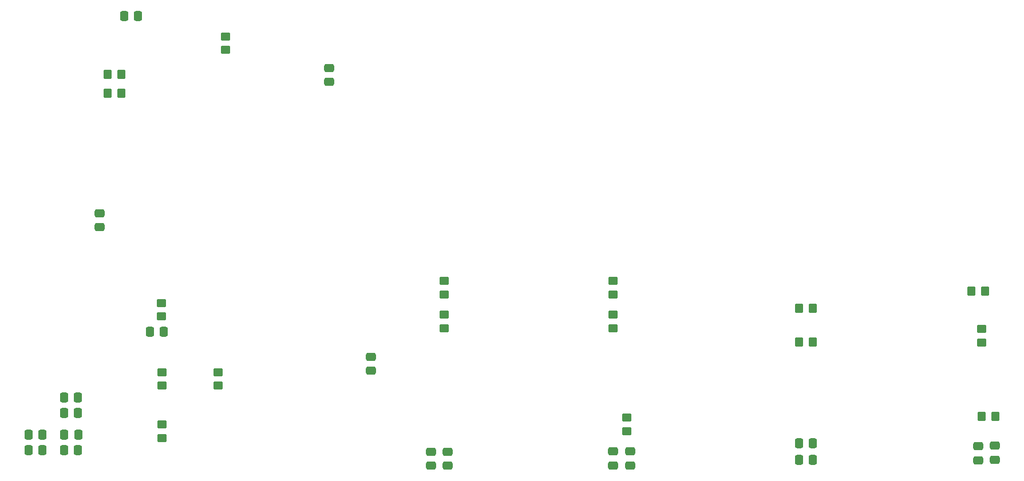
<source format=gbr>
%TF.GenerationSoftware,KiCad,Pcbnew,(6.0.0)*%
%TF.CreationDate,2024-06-19T13:28:13-04:00*%
%TF.ProjectId,MCD_Rev2,4d43445f-5265-4763-922e-6b696361645f,rev?*%
%TF.SameCoordinates,Original*%
%TF.FileFunction,Paste,Bot*%
%TF.FilePolarity,Positive*%
%FSLAX46Y46*%
G04 Gerber Fmt 4.6, Leading zero omitted, Abs format (unit mm)*
G04 Created by KiCad (PCBNEW (6.0.0)) date 2024-06-19 13:28:13*
%MOMM*%
%LPD*%
G01*
G04 APERTURE LIST*
G04 Aperture macros list*
%AMRoundRect*
0 Rectangle with rounded corners*
0 $1 Rounding radius*
0 $2 $3 $4 $5 $6 $7 $8 $9 X,Y pos of 4 corners*
0 Add a 4 corners polygon primitive as box body*
4,1,4,$2,$3,$4,$5,$6,$7,$8,$9,$2,$3,0*
0 Add four circle primitives for the rounded corners*
1,1,$1+$1,$2,$3*
1,1,$1+$1,$4,$5*
1,1,$1+$1,$6,$7*
1,1,$1+$1,$8,$9*
0 Add four rect primitives between the rounded corners*
20,1,$1+$1,$2,$3,$4,$5,0*
20,1,$1+$1,$4,$5,$6,$7,0*
20,1,$1+$1,$6,$7,$8,$9,0*
20,1,$1+$1,$8,$9,$2,$3,0*%
G04 Aperture macros list end*
%ADD10RoundRect,0.250000X-0.350000X-0.450000X0.350000X-0.450000X0.350000X0.450000X-0.350000X0.450000X0*%
%ADD11RoundRect,0.250000X0.350000X0.450000X-0.350000X0.450000X-0.350000X-0.450000X0.350000X-0.450000X0*%
%ADD12RoundRect,0.250000X0.475000X-0.337500X0.475000X0.337500X-0.475000X0.337500X-0.475000X-0.337500X0*%
%ADD13RoundRect,0.250000X0.450000X-0.350000X0.450000X0.350000X-0.450000X0.350000X-0.450000X-0.350000X0*%
%ADD14RoundRect,0.250000X0.337500X0.475000X-0.337500X0.475000X-0.337500X-0.475000X0.337500X-0.475000X0*%
%ADD15RoundRect,0.250000X-0.450000X0.350000X-0.450000X-0.350000X0.450000X-0.350000X0.450000X0.350000X0*%
%ADD16RoundRect,0.250000X-0.337500X-0.475000X0.337500X-0.475000X0.337500X0.475000X-0.337500X0.475000X0*%
%ADD17RoundRect,0.250000X-0.475000X0.337500X-0.475000X-0.337500X0.475000X-0.337500X0.475000X0.337500X0*%
G04 APERTURE END LIST*
D10*
%TO.C,R11*%
X271017123Y-124570000D03*
X269017123Y-124570000D03*
%TD*%
D11*
%TO.C,R5*%
X243517123Y-132070000D03*
X245517123Y-132070000D03*
%TD*%
D12*
%TO.C,C3*%
X216017123Y-148282500D03*
X216017123Y-150357500D03*
%TD*%
D13*
%TO.C,R1*%
X157517123Y-136570000D03*
X157517123Y-138570000D03*
%TD*%
D10*
%TO.C,R24*%
X143250000Y-95250000D03*
X141250000Y-95250000D03*
%TD*%
D14*
%TO.C,C6*%
X134802123Y-145820000D03*
X136877123Y-145820000D03*
%TD*%
D15*
%TO.C,R15*%
X158667123Y-88870000D03*
X158667123Y-86870000D03*
%TD*%
D13*
%TO.C,R14*%
X270517123Y-130170000D03*
X270517123Y-132170000D03*
%TD*%
D15*
%TO.C,R7*%
X216017123Y-125070000D03*
X216017123Y-123070000D03*
%TD*%
D12*
%TO.C,C1*%
X218517123Y-148282500D03*
X218517123Y-150357500D03*
%TD*%
D15*
%TO.C,R8*%
X218017123Y-145320000D03*
X218017123Y-143320000D03*
%TD*%
D11*
%TO.C,R6*%
X243517123Y-127070000D03*
X245517123Y-127070000D03*
%TD*%
D14*
%TO.C,C22*%
X147479623Y-130570000D03*
X149554623Y-130570000D03*
%TD*%
D12*
%TO.C,C2*%
X272417123Y-147470000D03*
X272417123Y-149545000D03*
%TD*%
%TO.C,C10*%
X189017123Y-148320000D03*
X189017123Y-150395000D03*
%TD*%
%TO.C,C4*%
X270017123Y-147532500D03*
X270017123Y-149607500D03*
%TD*%
D15*
%TO.C,R9*%
X149267123Y-138570000D03*
X149267123Y-136570000D03*
%TD*%
D14*
%TO.C,C16*%
X143629623Y-83870000D03*
X145704623Y-83870000D03*
%TD*%
D13*
%TO.C,R2*%
X149267123Y-144320000D03*
X149267123Y-146320000D03*
%TD*%
D12*
%TO.C,C13*%
X191517123Y-148320000D03*
X191517123Y-150395000D03*
%TD*%
D14*
%TO.C,C9*%
X134779623Y-142570000D03*
X136854623Y-142570000D03*
%TD*%
D12*
%TO.C,C15*%
X174017123Y-91532500D03*
X174017123Y-93607500D03*
%TD*%
D10*
%TO.C,R25*%
X143250000Y-92500000D03*
X141250000Y-92500000D03*
%TD*%
D14*
%TO.C,C5*%
X134779623Y-148070000D03*
X136854623Y-148070000D03*
%TD*%
D15*
%TO.C,R3*%
X191017123Y-130070000D03*
X191017123Y-128070000D03*
%TD*%
D14*
%TO.C,C11*%
X243479623Y-147070000D03*
X245554623Y-147070000D03*
%TD*%
%TO.C,C7*%
X134779623Y-140320000D03*
X136854623Y-140320000D03*
%TD*%
D16*
%TO.C,C12*%
X131567123Y-148070000D03*
X129492123Y-148070000D03*
%TD*%
D17*
%TO.C,C17*%
X140017123Y-115107500D03*
X140017123Y-113032500D03*
%TD*%
D14*
%TO.C,C8*%
X243479623Y-149570000D03*
X245554623Y-149570000D03*
%TD*%
D12*
%TO.C,C23*%
X180167633Y-134292500D03*
X180167633Y-136367500D03*
%TD*%
D13*
%TO.C,R13*%
X149167633Y-126330000D03*
X149167633Y-128330000D03*
%TD*%
D11*
%TO.C,R12*%
X270517123Y-143070000D03*
X272517123Y-143070000D03*
%TD*%
D16*
%TO.C,C14*%
X131604623Y-145820000D03*
X129529623Y-145820000D03*
%TD*%
D15*
%TO.C,R10*%
X216017123Y-130070000D03*
X216017123Y-128070000D03*
%TD*%
%TO.C,R4*%
X191017123Y-125070000D03*
X191017123Y-123070000D03*
%TD*%
M02*

</source>
